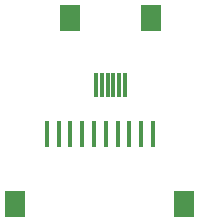
<source format=gbr>
G04*
G04 #@! TF.GenerationSoftware,Altium Limited,Altium Designer,23.6.0 (18)*
G04*
G04 Layer_Color=8421504*
%FSLAX44Y44*%
%MOMM*%
G71*
G04*
G04 #@! TF.SameCoordinates,DC424E90-4BFD-41C5-918A-45E65C1FA00B*
G04*
G04*
G04 #@! TF.FilePolarity,Positive*
G04*
G01*
G75*
%ADD13R,1.8000X2.2000*%
%ADD14R,0.3000X2.0620*%
%ADD15R,0.3000X2.2977*%
D13*
X89190Y208930D02*
D03*
X157190D02*
D03*
X42627Y51704D02*
D03*
X185627D02*
D03*
D14*
X110690Y152430D02*
D03*
X115690D02*
D03*
X120690D02*
D03*
X125690D02*
D03*
X130690D02*
D03*
X135690D02*
D03*
D15*
X69127Y110490D02*
D03*
X159128D02*
D03*
X149128D02*
D03*
X139128D02*
D03*
X129128D02*
D03*
X119127D02*
D03*
X109127D02*
D03*
X99127D02*
D03*
X79127D02*
D03*
X89127D02*
D03*
M02*

</source>
